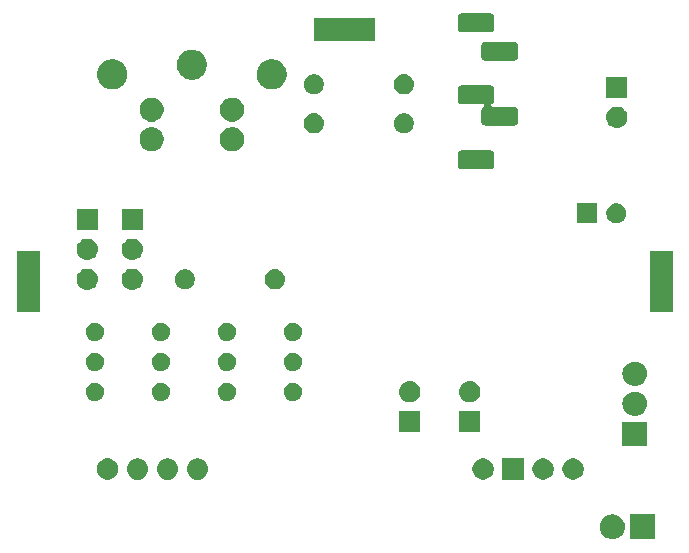
<source format=gbr>
G04 #@! TF.GenerationSoftware,KiCad,Pcbnew,(5.1.2)-1*
G04 #@! TF.CreationDate,2020-02-06T13:28:49-05:00*
G04 #@! TF.ProjectId,clearvideo128,636c6561-7276-4696-9465-6f3132382e6b,rev?*
G04 #@! TF.SameCoordinates,Original*
G04 #@! TF.FileFunction,Soldermask,Bot*
G04 #@! TF.FilePolarity,Negative*
%FSLAX46Y46*%
G04 Gerber Fmt 4.6, Leading zero omitted, Abs format (unit mm)*
G04 Created by KiCad (PCBNEW (5.1.2)-1) date 2020-02-06 13:28:49*
%MOMM*%
%LPD*%
G04 APERTURE LIST*
%ADD10C,0.100000*%
G04 APERTURE END LIST*
D10*
G36*
X114081000Y-76616000D02*
G01*
X111979000Y-76616000D01*
X111979000Y-74514000D01*
X114081000Y-74514000D01*
X114081000Y-76616000D01*
X114081000Y-76616000D01*
G37*
G36*
X110593097Y-74519069D02*
G01*
X110696032Y-74529207D01*
X110894146Y-74589305D01*
X110894149Y-74589306D01*
X110990975Y-74641061D01*
X111076729Y-74686897D01*
X111236765Y-74818235D01*
X111368103Y-74978271D01*
X111413939Y-75064025D01*
X111465694Y-75160851D01*
X111465695Y-75160854D01*
X111525793Y-75358968D01*
X111546085Y-75565000D01*
X111525793Y-75771032D01*
X111465695Y-75969146D01*
X111465694Y-75969149D01*
X111413939Y-76065975D01*
X111368103Y-76151729D01*
X111236765Y-76311765D01*
X111076729Y-76443103D01*
X110990975Y-76488939D01*
X110894149Y-76540694D01*
X110894146Y-76540695D01*
X110696032Y-76600793D01*
X110593097Y-76610931D01*
X110541631Y-76616000D01*
X110438369Y-76616000D01*
X110386903Y-76610931D01*
X110283968Y-76600793D01*
X110085854Y-76540695D01*
X110085851Y-76540694D01*
X109989025Y-76488939D01*
X109903271Y-76443103D01*
X109743235Y-76311765D01*
X109611897Y-76151729D01*
X109566061Y-76065975D01*
X109514306Y-75969149D01*
X109514305Y-75969146D01*
X109454207Y-75771032D01*
X109433915Y-75565000D01*
X109454207Y-75358968D01*
X109514305Y-75160854D01*
X109514306Y-75160851D01*
X109566061Y-75064025D01*
X109611897Y-74978271D01*
X109743235Y-74818235D01*
X109903271Y-74686897D01*
X109989025Y-74641061D01*
X110085851Y-74589306D01*
X110085854Y-74589305D01*
X110283968Y-74529207D01*
X110386903Y-74519069D01*
X110438369Y-74514000D01*
X110541631Y-74514000D01*
X110593097Y-74519069D01*
X110593097Y-74519069D01*
G37*
G36*
X67864513Y-69775928D02*
G01*
X68013813Y-69805625D01*
X68177785Y-69873545D01*
X68325355Y-69972148D01*
X68450854Y-70097647D01*
X68549457Y-70245217D01*
X68617377Y-70409189D01*
X68652001Y-70583260D01*
X68652001Y-70760742D01*
X68617377Y-70934813D01*
X68549457Y-71098785D01*
X68450854Y-71246355D01*
X68325355Y-71371854D01*
X68177785Y-71470457D01*
X68013813Y-71538377D01*
X67864513Y-71568074D01*
X67839743Y-71573001D01*
X67662259Y-71573001D01*
X67637489Y-71568074D01*
X67488189Y-71538377D01*
X67324217Y-71470457D01*
X67176647Y-71371854D01*
X67051148Y-71246355D01*
X66952545Y-71098785D01*
X66884625Y-70934813D01*
X66850001Y-70760742D01*
X66850001Y-70583260D01*
X66884625Y-70409189D01*
X66952545Y-70245217D01*
X67051148Y-70097647D01*
X67176647Y-69972148D01*
X67324217Y-69873545D01*
X67488189Y-69805625D01*
X67637489Y-69775928D01*
X67662259Y-69771001D01*
X67839743Y-69771001D01*
X67864513Y-69775928D01*
X67864513Y-69775928D01*
G37*
G36*
X107285313Y-69775928D02*
G01*
X107434613Y-69805625D01*
X107598585Y-69873545D01*
X107746155Y-69972148D01*
X107871654Y-70097647D01*
X107970257Y-70245217D01*
X108038177Y-70409189D01*
X108072801Y-70583260D01*
X108072801Y-70760742D01*
X108038177Y-70934813D01*
X107970257Y-71098785D01*
X107871654Y-71246355D01*
X107746155Y-71371854D01*
X107598585Y-71470457D01*
X107434613Y-71538377D01*
X107285313Y-71568074D01*
X107260543Y-71573001D01*
X107083059Y-71573001D01*
X107058289Y-71568074D01*
X106908989Y-71538377D01*
X106745017Y-71470457D01*
X106597447Y-71371854D01*
X106471948Y-71246355D01*
X106373345Y-71098785D01*
X106305425Y-70934813D01*
X106270801Y-70760742D01*
X106270801Y-70583260D01*
X106305425Y-70409189D01*
X106373345Y-70245217D01*
X106471948Y-70097647D01*
X106597447Y-69972148D01*
X106745017Y-69873545D01*
X106908989Y-69805625D01*
X107058289Y-69775928D01*
X107083059Y-69771001D01*
X107260543Y-69771001D01*
X107285313Y-69775928D01*
X107285313Y-69775928D01*
G37*
G36*
X70401444Y-69777520D02*
G01*
X70467628Y-69784038D01*
X70637467Y-69835558D01*
X70793992Y-69919223D01*
X70829730Y-69948553D01*
X70931187Y-70031815D01*
X71014449Y-70133272D01*
X71043779Y-70169010D01*
X71127444Y-70325535D01*
X71178964Y-70495374D01*
X71196360Y-70672001D01*
X71178964Y-70848628D01*
X71127444Y-71018467D01*
X71043779Y-71174992D01*
X71014449Y-71210730D01*
X70931187Y-71312187D01*
X70858481Y-71371854D01*
X70793992Y-71424779D01*
X70637467Y-71508444D01*
X70467628Y-71559964D01*
X70401443Y-71566483D01*
X70335261Y-71573001D01*
X70246741Y-71573001D01*
X70180559Y-71566483D01*
X70114374Y-71559964D01*
X69944535Y-71508444D01*
X69788010Y-71424779D01*
X69723521Y-71371854D01*
X69650815Y-71312187D01*
X69567553Y-71210730D01*
X69538223Y-71174992D01*
X69454558Y-71018467D01*
X69403038Y-70848628D01*
X69385642Y-70672001D01*
X69403038Y-70495374D01*
X69454558Y-70325535D01*
X69538223Y-70169010D01*
X69567553Y-70133272D01*
X69650815Y-70031815D01*
X69752272Y-69948553D01*
X69788010Y-69919223D01*
X69944535Y-69835558D01*
X70114374Y-69784038D01*
X70180558Y-69777520D01*
X70246741Y-69771001D01*
X70335261Y-69771001D01*
X70401444Y-69777520D01*
X70401444Y-69777520D01*
G37*
G36*
X72941444Y-69777520D02*
G01*
X73007628Y-69784038D01*
X73177467Y-69835558D01*
X73333992Y-69919223D01*
X73369730Y-69948553D01*
X73471187Y-70031815D01*
X73554449Y-70133272D01*
X73583779Y-70169010D01*
X73667444Y-70325535D01*
X73718964Y-70495374D01*
X73736360Y-70672001D01*
X73718964Y-70848628D01*
X73667444Y-71018467D01*
X73583779Y-71174992D01*
X73554449Y-71210730D01*
X73471187Y-71312187D01*
X73398481Y-71371854D01*
X73333992Y-71424779D01*
X73177467Y-71508444D01*
X73007628Y-71559964D01*
X72941443Y-71566483D01*
X72875261Y-71573001D01*
X72786741Y-71573001D01*
X72720559Y-71566483D01*
X72654374Y-71559964D01*
X72484535Y-71508444D01*
X72328010Y-71424779D01*
X72263521Y-71371854D01*
X72190815Y-71312187D01*
X72107553Y-71210730D01*
X72078223Y-71174992D01*
X71994558Y-71018467D01*
X71943038Y-70848628D01*
X71925642Y-70672001D01*
X71943038Y-70495374D01*
X71994558Y-70325535D01*
X72078223Y-70169010D01*
X72107553Y-70133272D01*
X72190815Y-70031815D01*
X72292272Y-69948553D01*
X72328010Y-69919223D01*
X72484535Y-69835558D01*
X72654374Y-69784038D01*
X72720558Y-69777520D01*
X72786741Y-69771001D01*
X72875261Y-69771001D01*
X72941444Y-69777520D01*
X72941444Y-69777520D01*
G37*
G36*
X102992801Y-71573001D02*
G01*
X101190801Y-71573001D01*
X101190801Y-69771001D01*
X102992801Y-69771001D01*
X102992801Y-71573001D01*
X102992801Y-71573001D01*
G37*
G36*
X75481444Y-69777520D02*
G01*
X75547628Y-69784038D01*
X75717467Y-69835558D01*
X75873992Y-69919223D01*
X75909730Y-69948553D01*
X76011187Y-70031815D01*
X76094449Y-70133272D01*
X76123779Y-70169010D01*
X76207444Y-70325535D01*
X76258964Y-70495374D01*
X76276360Y-70672001D01*
X76258964Y-70848628D01*
X76207444Y-71018467D01*
X76123779Y-71174992D01*
X76094449Y-71210730D01*
X76011187Y-71312187D01*
X75938481Y-71371854D01*
X75873992Y-71424779D01*
X75717467Y-71508444D01*
X75547628Y-71559964D01*
X75481443Y-71566483D01*
X75415261Y-71573001D01*
X75326741Y-71573001D01*
X75260559Y-71566483D01*
X75194374Y-71559964D01*
X75024535Y-71508444D01*
X74868010Y-71424779D01*
X74803521Y-71371854D01*
X74730815Y-71312187D01*
X74647553Y-71210730D01*
X74618223Y-71174992D01*
X74534558Y-71018467D01*
X74483038Y-70848628D01*
X74465642Y-70672001D01*
X74483038Y-70495374D01*
X74534558Y-70325535D01*
X74618223Y-70169010D01*
X74647553Y-70133272D01*
X74730815Y-70031815D01*
X74832272Y-69948553D01*
X74868010Y-69919223D01*
X75024535Y-69835558D01*
X75194374Y-69784038D01*
X75260558Y-69777520D01*
X75326741Y-69771001D01*
X75415261Y-69771001D01*
X75481444Y-69777520D01*
X75481444Y-69777520D01*
G37*
G36*
X99665313Y-69775928D02*
G01*
X99814613Y-69805625D01*
X99978585Y-69873545D01*
X100126155Y-69972148D01*
X100251654Y-70097647D01*
X100350257Y-70245217D01*
X100418177Y-70409189D01*
X100452801Y-70583260D01*
X100452801Y-70760742D01*
X100418177Y-70934813D01*
X100350257Y-71098785D01*
X100251654Y-71246355D01*
X100126155Y-71371854D01*
X99978585Y-71470457D01*
X99814613Y-71538377D01*
X99665313Y-71568074D01*
X99640543Y-71573001D01*
X99463059Y-71573001D01*
X99438289Y-71568074D01*
X99288989Y-71538377D01*
X99125017Y-71470457D01*
X98977447Y-71371854D01*
X98851948Y-71246355D01*
X98753345Y-71098785D01*
X98685425Y-70934813D01*
X98650801Y-70760742D01*
X98650801Y-70583260D01*
X98685425Y-70409189D01*
X98753345Y-70245217D01*
X98851948Y-70097647D01*
X98977447Y-69972148D01*
X99125017Y-69873545D01*
X99288989Y-69805625D01*
X99438289Y-69775928D01*
X99463059Y-69771001D01*
X99640543Y-69771001D01*
X99665313Y-69775928D01*
X99665313Y-69775928D01*
G37*
G36*
X104745313Y-69775928D02*
G01*
X104894613Y-69805625D01*
X105058585Y-69873545D01*
X105206155Y-69972148D01*
X105331654Y-70097647D01*
X105430257Y-70245217D01*
X105498177Y-70409189D01*
X105532801Y-70583260D01*
X105532801Y-70760742D01*
X105498177Y-70934813D01*
X105430257Y-71098785D01*
X105331654Y-71246355D01*
X105206155Y-71371854D01*
X105058585Y-71470457D01*
X104894613Y-71538377D01*
X104745313Y-71568074D01*
X104720543Y-71573001D01*
X104543059Y-71573001D01*
X104518289Y-71568074D01*
X104368989Y-71538377D01*
X104205017Y-71470457D01*
X104057447Y-71371854D01*
X103931948Y-71246355D01*
X103833345Y-71098785D01*
X103765425Y-70934813D01*
X103730801Y-70760742D01*
X103730801Y-70583260D01*
X103765425Y-70409189D01*
X103833345Y-70245217D01*
X103931948Y-70097647D01*
X104057447Y-69972148D01*
X104205017Y-69873545D01*
X104368989Y-69805625D01*
X104518289Y-69775928D01*
X104543059Y-69771001D01*
X104720543Y-69771001D01*
X104745313Y-69775928D01*
X104745313Y-69775928D01*
G37*
G36*
X113446000Y-68694500D02*
G01*
X111344000Y-68694500D01*
X111344000Y-66687500D01*
X113446000Y-66687500D01*
X113446000Y-68694500D01*
X113446000Y-68694500D01*
G37*
G36*
X94246000Y-67576000D02*
G01*
X92444000Y-67576000D01*
X92444000Y-65774000D01*
X94246000Y-65774000D01*
X94246000Y-67576000D01*
X94246000Y-67576000D01*
G37*
G36*
X99326000Y-67576000D02*
G01*
X97524000Y-67576000D01*
X97524000Y-65774000D01*
X99326000Y-65774000D01*
X99326000Y-67576000D01*
X99326000Y-67576000D01*
G37*
G36*
X112540936Y-64152340D02*
G01*
X112639220Y-64162020D01*
X112828381Y-64219401D01*
X113002712Y-64312583D01*
X113155515Y-64437985D01*
X113280917Y-64590788D01*
X113374099Y-64765119D01*
X113431480Y-64954280D01*
X113450855Y-65151000D01*
X113431480Y-65347720D01*
X113374099Y-65536881D01*
X113280917Y-65711212D01*
X113155515Y-65864015D01*
X113002712Y-65989417D01*
X112828381Y-66082599D01*
X112639220Y-66139980D01*
X112540936Y-66149660D01*
X112491795Y-66154500D01*
X112298205Y-66154500D01*
X112249064Y-66149660D01*
X112150780Y-66139980D01*
X111961619Y-66082599D01*
X111787288Y-65989417D01*
X111634485Y-65864015D01*
X111509083Y-65711212D01*
X111415901Y-65536881D01*
X111358520Y-65347720D01*
X111339145Y-65151000D01*
X111358520Y-64954280D01*
X111415901Y-64765119D01*
X111509083Y-64590788D01*
X111634485Y-64437985D01*
X111787288Y-64312583D01*
X111961619Y-64219401D01*
X112150780Y-64162020D01*
X112249064Y-64152340D01*
X112298205Y-64147500D01*
X112491795Y-64147500D01*
X112540936Y-64152340D01*
X112540936Y-64152340D01*
G37*
G36*
X93455443Y-63240519D02*
G01*
X93521627Y-63247037D01*
X93691466Y-63298557D01*
X93847991Y-63382222D01*
X93861890Y-63393629D01*
X93985186Y-63494814D01*
X94068448Y-63596271D01*
X94097778Y-63632009D01*
X94181443Y-63788534D01*
X94232963Y-63958373D01*
X94250359Y-64135000D01*
X94232963Y-64311627D01*
X94181443Y-64481466D01*
X94097778Y-64637991D01*
X94068448Y-64673729D01*
X93985186Y-64775186D01*
X93883729Y-64858448D01*
X93847991Y-64887778D01*
X93847989Y-64887779D01*
X93723576Y-64954280D01*
X93691466Y-64971443D01*
X93521627Y-65022963D01*
X93455442Y-65029482D01*
X93389260Y-65036000D01*
X93300740Y-65036000D01*
X93234558Y-65029482D01*
X93168373Y-65022963D01*
X92998534Y-64971443D01*
X92966425Y-64954280D01*
X92842011Y-64887779D01*
X92842009Y-64887778D01*
X92806271Y-64858448D01*
X92704814Y-64775186D01*
X92621552Y-64673729D01*
X92592222Y-64637991D01*
X92508557Y-64481466D01*
X92457037Y-64311627D01*
X92439641Y-64135000D01*
X92457037Y-63958373D01*
X92508557Y-63788534D01*
X92592222Y-63632009D01*
X92621552Y-63596271D01*
X92704814Y-63494814D01*
X92828110Y-63393629D01*
X92842009Y-63382222D01*
X92998534Y-63298557D01*
X93168373Y-63247037D01*
X93234557Y-63240519D01*
X93300740Y-63234000D01*
X93389260Y-63234000D01*
X93455443Y-63240519D01*
X93455443Y-63240519D01*
G37*
G36*
X98535443Y-63240519D02*
G01*
X98601627Y-63247037D01*
X98771466Y-63298557D01*
X98927991Y-63382222D01*
X98941890Y-63393629D01*
X99065186Y-63494814D01*
X99148448Y-63596271D01*
X99177778Y-63632009D01*
X99261443Y-63788534D01*
X99312963Y-63958373D01*
X99330359Y-64135000D01*
X99312963Y-64311627D01*
X99261443Y-64481466D01*
X99177778Y-64637991D01*
X99148448Y-64673729D01*
X99065186Y-64775186D01*
X98963729Y-64858448D01*
X98927991Y-64887778D01*
X98927989Y-64887779D01*
X98803576Y-64954280D01*
X98771466Y-64971443D01*
X98601627Y-65022963D01*
X98535442Y-65029482D01*
X98469260Y-65036000D01*
X98380740Y-65036000D01*
X98314558Y-65029482D01*
X98248373Y-65022963D01*
X98078534Y-64971443D01*
X98046425Y-64954280D01*
X97922011Y-64887779D01*
X97922009Y-64887778D01*
X97886271Y-64858448D01*
X97784814Y-64775186D01*
X97701552Y-64673729D01*
X97672222Y-64637991D01*
X97588557Y-64481466D01*
X97537037Y-64311627D01*
X97519641Y-64135000D01*
X97537037Y-63958373D01*
X97588557Y-63788534D01*
X97672222Y-63632009D01*
X97701552Y-63596271D01*
X97784814Y-63494814D01*
X97908110Y-63393629D01*
X97922009Y-63382222D01*
X98078534Y-63298557D01*
X98248373Y-63247037D01*
X98314557Y-63240519D01*
X98380740Y-63234000D01*
X98469260Y-63234000D01*
X98535443Y-63240519D01*
X98535443Y-63240519D01*
G37*
G36*
X72388589Y-63373876D02*
G01*
X72487893Y-63393629D01*
X72628206Y-63451748D01*
X72754484Y-63536125D01*
X72861875Y-63643516D01*
X72946252Y-63769794D01*
X73004371Y-63910107D01*
X73013972Y-63958375D01*
X73034000Y-64059062D01*
X73034000Y-64210938D01*
X73032316Y-64219402D01*
X73004371Y-64359893D01*
X72946252Y-64500206D01*
X72861875Y-64626484D01*
X72754484Y-64733875D01*
X72628206Y-64818252D01*
X72487893Y-64876371D01*
X72388589Y-64896124D01*
X72338938Y-64906000D01*
X72187062Y-64906000D01*
X72137411Y-64896124D01*
X72038107Y-64876371D01*
X71897794Y-64818252D01*
X71771516Y-64733875D01*
X71664125Y-64626484D01*
X71579748Y-64500206D01*
X71521629Y-64359893D01*
X71493684Y-64219402D01*
X71492000Y-64210938D01*
X71492000Y-64059062D01*
X71512028Y-63958375D01*
X71521629Y-63910107D01*
X71579748Y-63769794D01*
X71664125Y-63643516D01*
X71771516Y-63536125D01*
X71897794Y-63451748D01*
X72038107Y-63393629D01*
X72137411Y-63373876D01*
X72187062Y-63364000D01*
X72338938Y-63364000D01*
X72388589Y-63373876D01*
X72388589Y-63373876D01*
G37*
G36*
X77976589Y-63373876D02*
G01*
X78075893Y-63393629D01*
X78216206Y-63451748D01*
X78342484Y-63536125D01*
X78449875Y-63643516D01*
X78534252Y-63769794D01*
X78592371Y-63910107D01*
X78601972Y-63958375D01*
X78622000Y-64059062D01*
X78622000Y-64210938D01*
X78620316Y-64219402D01*
X78592371Y-64359893D01*
X78534252Y-64500206D01*
X78449875Y-64626484D01*
X78342484Y-64733875D01*
X78216206Y-64818252D01*
X78075893Y-64876371D01*
X77976589Y-64896124D01*
X77926938Y-64906000D01*
X77775062Y-64906000D01*
X77725411Y-64896124D01*
X77626107Y-64876371D01*
X77485794Y-64818252D01*
X77359516Y-64733875D01*
X77252125Y-64626484D01*
X77167748Y-64500206D01*
X77109629Y-64359893D01*
X77081684Y-64219402D01*
X77080000Y-64210938D01*
X77080000Y-64059062D01*
X77100028Y-63958375D01*
X77109629Y-63910107D01*
X77167748Y-63769794D01*
X77252125Y-63643516D01*
X77359516Y-63536125D01*
X77485794Y-63451748D01*
X77626107Y-63393629D01*
X77725411Y-63373876D01*
X77775062Y-63364000D01*
X77926938Y-63364000D01*
X77976589Y-63373876D01*
X77976589Y-63373876D01*
G37*
G36*
X66800589Y-63373876D02*
G01*
X66899893Y-63393629D01*
X67040206Y-63451748D01*
X67166484Y-63536125D01*
X67273875Y-63643516D01*
X67358252Y-63769794D01*
X67416371Y-63910107D01*
X67425972Y-63958375D01*
X67446000Y-64059062D01*
X67446000Y-64210938D01*
X67444316Y-64219402D01*
X67416371Y-64359893D01*
X67358252Y-64500206D01*
X67273875Y-64626484D01*
X67166484Y-64733875D01*
X67040206Y-64818252D01*
X66899893Y-64876371D01*
X66800589Y-64896124D01*
X66750938Y-64906000D01*
X66599062Y-64906000D01*
X66549411Y-64896124D01*
X66450107Y-64876371D01*
X66309794Y-64818252D01*
X66183516Y-64733875D01*
X66076125Y-64626484D01*
X65991748Y-64500206D01*
X65933629Y-64359893D01*
X65905684Y-64219402D01*
X65904000Y-64210938D01*
X65904000Y-64059062D01*
X65924028Y-63958375D01*
X65933629Y-63910107D01*
X65991748Y-63769794D01*
X66076125Y-63643516D01*
X66183516Y-63536125D01*
X66309794Y-63451748D01*
X66450107Y-63393629D01*
X66549411Y-63373876D01*
X66599062Y-63364000D01*
X66750938Y-63364000D01*
X66800589Y-63373876D01*
X66800589Y-63373876D01*
G37*
G36*
X83564589Y-63373876D02*
G01*
X83663893Y-63393629D01*
X83804206Y-63451748D01*
X83930484Y-63536125D01*
X84037875Y-63643516D01*
X84122252Y-63769794D01*
X84180371Y-63910107D01*
X84189972Y-63958375D01*
X84210000Y-64059062D01*
X84210000Y-64210938D01*
X84208316Y-64219402D01*
X84180371Y-64359893D01*
X84122252Y-64500206D01*
X84037875Y-64626484D01*
X83930484Y-64733875D01*
X83804206Y-64818252D01*
X83663893Y-64876371D01*
X83564589Y-64896124D01*
X83514938Y-64906000D01*
X83363062Y-64906000D01*
X83313411Y-64896124D01*
X83214107Y-64876371D01*
X83073794Y-64818252D01*
X82947516Y-64733875D01*
X82840125Y-64626484D01*
X82755748Y-64500206D01*
X82697629Y-64359893D01*
X82669684Y-64219402D01*
X82668000Y-64210938D01*
X82668000Y-64059062D01*
X82688028Y-63958375D01*
X82697629Y-63910107D01*
X82755748Y-63769794D01*
X82840125Y-63643516D01*
X82947516Y-63536125D01*
X83073794Y-63451748D01*
X83214107Y-63393629D01*
X83313411Y-63373876D01*
X83363062Y-63364000D01*
X83514938Y-63364000D01*
X83564589Y-63373876D01*
X83564589Y-63373876D01*
G37*
G36*
X112540936Y-61612340D02*
G01*
X112639220Y-61622020D01*
X112828381Y-61679401D01*
X113002712Y-61772583D01*
X113155515Y-61897985D01*
X113280917Y-62050788D01*
X113374099Y-62225119D01*
X113431480Y-62414280D01*
X113450855Y-62611000D01*
X113431480Y-62807720D01*
X113374099Y-62996881D01*
X113280917Y-63171212D01*
X113155515Y-63324015D01*
X113002712Y-63449417D01*
X112828381Y-63542599D01*
X112639220Y-63599980D01*
X112540936Y-63609660D01*
X112491795Y-63614500D01*
X112298205Y-63614500D01*
X112249064Y-63609660D01*
X112150780Y-63599980D01*
X111961619Y-63542599D01*
X111787288Y-63449417D01*
X111634485Y-63324015D01*
X111509083Y-63171212D01*
X111415901Y-62996881D01*
X111358520Y-62807720D01*
X111339145Y-62611000D01*
X111358520Y-62414280D01*
X111415901Y-62225119D01*
X111509083Y-62050788D01*
X111634485Y-61897985D01*
X111787288Y-61772583D01*
X111961619Y-61679401D01*
X112150780Y-61622020D01*
X112249064Y-61612340D01*
X112298205Y-61607500D01*
X112491795Y-61607500D01*
X112540936Y-61612340D01*
X112540936Y-61612340D01*
G37*
G36*
X66800589Y-60833876D02*
G01*
X66899893Y-60853629D01*
X67040206Y-60911748D01*
X67166484Y-60996125D01*
X67273875Y-61103516D01*
X67358252Y-61229794D01*
X67416371Y-61370107D01*
X67416371Y-61370109D01*
X67446000Y-61519062D01*
X67446000Y-61670938D01*
X67444316Y-61679402D01*
X67416371Y-61819893D01*
X67358252Y-61960206D01*
X67273875Y-62086484D01*
X67166484Y-62193875D01*
X67040206Y-62278252D01*
X66899893Y-62336371D01*
X66800589Y-62356124D01*
X66750938Y-62366000D01*
X66599062Y-62366000D01*
X66549411Y-62356124D01*
X66450107Y-62336371D01*
X66309794Y-62278252D01*
X66183516Y-62193875D01*
X66076125Y-62086484D01*
X65991748Y-61960206D01*
X65933629Y-61819893D01*
X65905684Y-61679402D01*
X65904000Y-61670938D01*
X65904000Y-61519062D01*
X65933629Y-61370109D01*
X65933629Y-61370107D01*
X65991748Y-61229794D01*
X66076125Y-61103516D01*
X66183516Y-60996125D01*
X66309794Y-60911748D01*
X66450107Y-60853629D01*
X66549411Y-60833876D01*
X66599062Y-60824000D01*
X66750938Y-60824000D01*
X66800589Y-60833876D01*
X66800589Y-60833876D01*
G37*
G36*
X77976589Y-60833876D02*
G01*
X78075893Y-60853629D01*
X78216206Y-60911748D01*
X78342484Y-60996125D01*
X78449875Y-61103516D01*
X78534252Y-61229794D01*
X78592371Y-61370107D01*
X78592371Y-61370109D01*
X78622000Y-61519062D01*
X78622000Y-61670938D01*
X78620316Y-61679402D01*
X78592371Y-61819893D01*
X78534252Y-61960206D01*
X78449875Y-62086484D01*
X78342484Y-62193875D01*
X78216206Y-62278252D01*
X78075893Y-62336371D01*
X77976589Y-62356124D01*
X77926938Y-62366000D01*
X77775062Y-62366000D01*
X77725411Y-62356124D01*
X77626107Y-62336371D01*
X77485794Y-62278252D01*
X77359516Y-62193875D01*
X77252125Y-62086484D01*
X77167748Y-61960206D01*
X77109629Y-61819893D01*
X77081684Y-61679402D01*
X77080000Y-61670938D01*
X77080000Y-61519062D01*
X77109629Y-61370109D01*
X77109629Y-61370107D01*
X77167748Y-61229794D01*
X77252125Y-61103516D01*
X77359516Y-60996125D01*
X77485794Y-60911748D01*
X77626107Y-60853629D01*
X77725411Y-60833876D01*
X77775062Y-60824000D01*
X77926938Y-60824000D01*
X77976589Y-60833876D01*
X77976589Y-60833876D01*
G37*
G36*
X83564589Y-60833876D02*
G01*
X83663893Y-60853629D01*
X83804206Y-60911748D01*
X83930484Y-60996125D01*
X84037875Y-61103516D01*
X84122252Y-61229794D01*
X84180371Y-61370107D01*
X84180371Y-61370109D01*
X84210000Y-61519062D01*
X84210000Y-61670938D01*
X84208316Y-61679402D01*
X84180371Y-61819893D01*
X84122252Y-61960206D01*
X84037875Y-62086484D01*
X83930484Y-62193875D01*
X83804206Y-62278252D01*
X83663893Y-62336371D01*
X83564589Y-62356124D01*
X83514938Y-62366000D01*
X83363062Y-62366000D01*
X83313411Y-62356124D01*
X83214107Y-62336371D01*
X83073794Y-62278252D01*
X82947516Y-62193875D01*
X82840125Y-62086484D01*
X82755748Y-61960206D01*
X82697629Y-61819893D01*
X82669684Y-61679402D01*
X82668000Y-61670938D01*
X82668000Y-61519062D01*
X82697629Y-61370109D01*
X82697629Y-61370107D01*
X82755748Y-61229794D01*
X82840125Y-61103516D01*
X82947516Y-60996125D01*
X83073794Y-60911748D01*
X83214107Y-60853629D01*
X83313411Y-60833876D01*
X83363062Y-60824000D01*
X83514938Y-60824000D01*
X83564589Y-60833876D01*
X83564589Y-60833876D01*
G37*
G36*
X72388589Y-60833876D02*
G01*
X72487893Y-60853629D01*
X72628206Y-60911748D01*
X72754484Y-60996125D01*
X72861875Y-61103516D01*
X72946252Y-61229794D01*
X73004371Y-61370107D01*
X73004371Y-61370109D01*
X73034000Y-61519062D01*
X73034000Y-61670938D01*
X73032316Y-61679402D01*
X73004371Y-61819893D01*
X72946252Y-61960206D01*
X72861875Y-62086484D01*
X72754484Y-62193875D01*
X72628206Y-62278252D01*
X72487893Y-62336371D01*
X72388589Y-62356124D01*
X72338938Y-62366000D01*
X72187062Y-62366000D01*
X72137411Y-62356124D01*
X72038107Y-62336371D01*
X71897794Y-62278252D01*
X71771516Y-62193875D01*
X71664125Y-62086484D01*
X71579748Y-61960206D01*
X71521629Y-61819893D01*
X71493684Y-61679402D01*
X71492000Y-61670938D01*
X71492000Y-61519062D01*
X71521629Y-61370109D01*
X71521629Y-61370107D01*
X71579748Y-61229794D01*
X71664125Y-61103516D01*
X71771516Y-60996125D01*
X71897794Y-60911748D01*
X72038107Y-60853629D01*
X72137411Y-60833876D01*
X72187062Y-60824000D01*
X72338938Y-60824000D01*
X72388589Y-60833876D01*
X72388589Y-60833876D01*
G37*
G36*
X77976589Y-58293876D02*
G01*
X78075893Y-58313629D01*
X78216206Y-58371748D01*
X78342484Y-58456125D01*
X78449875Y-58563516D01*
X78534252Y-58689794D01*
X78592371Y-58830107D01*
X78622000Y-58979063D01*
X78622000Y-59130937D01*
X78592371Y-59279893D01*
X78534252Y-59420206D01*
X78449875Y-59546484D01*
X78342484Y-59653875D01*
X78216206Y-59738252D01*
X78075893Y-59796371D01*
X77976589Y-59816124D01*
X77926938Y-59826000D01*
X77775062Y-59826000D01*
X77725411Y-59816124D01*
X77626107Y-59796371D01*
X77485794Y-59738252D01*
X77359516Y-59653875D01*
X77252125Y-59546484D01*
X77167748Y-59420206D01*
X77109629Y-59279893D01*
X77080000Y-59130937D01*
X77080000Y-58979063D01*
X77109629Y-58830107D01*
X77167748Y-58689794D01*
X77252125Y-58563516D01*
X77359516Y-58456125D01*
X77485794Y-58371748D01*
X77626107Y-58313629D01*
X77725411Y-58293876D01*
X77775062Y-58284000D01*
X77926938Y-58284000D01*
X77976589Y-58293876D01*
X77976589Y-58293876D01*
G37*
G36*
X72388589Y-58293876D02*
G01*
X72487893Y-58313629D01*
X72628206Y-58371748D01*
X72754484Y-58456125D01*
X72861875Y-58563516D01*
X72946252Y-58689794D01*
X73004371Y-58830107D01*
X73034000Y-58979063D01*
X73034000Y-59130937D01*
X73004371Y-59279893D01*
X72946252Y-59420206D01*
X72861875Y-59546484D01*
X72754484Y-59653875D01*
X72628206Y-59738252D01*
X72487893Y-59796371D01*
X72388589Y-59816124D01*
X72338938Y-59826000D01*
X72187062Y-59826000D01*
X72137411Y-59816124D01*
X72038107Y-59796371D01*
X71897794Y-59738252D01*
X71771516Y-59653875D01*
X71664125Y-59546484D01*
X71579748Y-59420206D01*
X71521629Y-59279893D01*
X71492000Y-59130937D01*
X71492000Y-58979063D01*
X71521629Y-58830107D01*
X71579748Y-58689794D01*
X71664125Y-58563516D01*
X71771516Y-58456125D01*
X71897794Y-58371748D01*
X72038107Y-58313629D01*
X72137411Y-58293876D01*
X72187062Y-58284000D01*
X72338938Y-58284000D01*
X72388589Y-58293876D01*
X72388589Y-58293876D01*
G37*
G36*
X66800589Y-58293876D02*
G01*
X66899893Y-58313629D01*
X67040206Y-58371748D01*
X67166484Y-58456125D01*
X67273875Y-58563516D01*
X67358252Y-58689794D01*
X67416371Y-58830107D01*
X67446000Y-58979063D01*
X67446000Y-59130937D01*
X67416371Y-59279893D01*
X67358252Y-59420206D01*
X67273875Y-59546484D01*
X67166484Y-59653875D01*
X67040206Y-59738252D01*
X66899893Y-59796371D01*
X66800589Y-59816124D01*
X66750938Y-59826000D01*
X66599062Y-59826000D01*
X66549411Y-59816124D01*
X66450107Y-59796371D01*
X66309794Y-59738252D01*
X66183516Y-59653875D01*
X66076125Y-59546484D01*
X65991748Y-59420206D01*
X65933629Y-59279893D01*
X65904000Y-59130937D01*
X65904000Y-58979063D01*
X65933629Y-58830107D01*
X65991748Y-58689794D01*
X66076125Y-58563516D01*
X66183516Y-58456125D01*
X66309794Y-58371748D01*
X66450107Y-58313629D01*
X66549411Y-58293876D01*
X66599062Y-58284000D01*
X66750938Y-58284000D01*
X66800589Y-58293876D01*
X66800589Y-58293876D01*
G37*
G36*
X83564589Y-58293876D02*
G01*
X83663893Y-58313629D01*
X83804206Y-58371748D01*
X83930484Y-58456125D01*
X84037875Y-58563516D01*
X84122252Y-58689794D01*
X84180371Y-58830107D01*
X84210000Y-58979063D01*
X84210000Y-59130937D01*
X84180371Y-59279893D01*
X84122252Y-59420206D01*
X84037875Y-59546484D01*
X83930484Y-59653875D01*
X83804206Y-59738252D01*
X83663893Y-59796371D01*
X83564589Y-59816124D01*
X83514938Y-59826000D01*
X83363062Y-59826000D01*
X83313411Y-59816124D01*
X83214107Y-59796371D01*
X83073794Y-59738252D01*
X82947516Y-59653875D01*
X82840125Y-59546484D01*
X82755748Y-59420206D01*
X82697629Y-59279893D01*
X82668000Y-59130937D01*
X82668000Y-58979063D01*
X82697629Y-58830107D01*
X82755748Y-58689794D01*
X82840125Y-58563516D01*
X82947516Y-58456125D01*
X83073794Y-58371748D01*
X83214107Y-58313629D01*
X83313411Y-58293876D01*
X83363062Y-58284000D01*
X83514938Y-58284000D01*
X83564589Y-58293876D01*
X83564589Y-58293876D01*
G37*
G36*
X62001401Y-57348001D02*
G01*
X60089401Y-57348001D01*
X60089401Y-52246001D01*
X62001401Y-52246001D01*
X62001401Y-57348001D01*
X62001401Y-57348001D01*
G37*
G36*
X115588801Y-57348001D02*
G01*
X113676801Y-57348001D01*
X113676801Y-52246001D01*
X115588801Y-52246001D01*
X115588801Y-57348001D01*
X115588801Y-57348001D01*
G37*
G36*
X69960442Y-53715518D02*
G01*
X70026627Y-53722037D01*
X70196466Y-53773557D01*
X70352991Y-53857222D01*
X70388729Y-53886552D01*
X70490186Y-53969814D01*
X70570369Y-54067519D01*
X70602778Y-54107009D01*
X70686443Y-54263534D01*
X70737963Y-54433373D01*
X70755359Y-54610000D01*
X70737963Y-54786627D01*
X70686443Y-54956466D01*
X70602778Y-55112991D01*
X70573448Y-55148729D01*
X70490186Y-55250186D01*
X70388729Y-55333448D01*
X70352991Y-55362778D01*
X70196466Y-55446443D01*
X70026627Y-55497963D01*
X69960442Y-55504482D01*
X69894260Y-55511000D01*
X69805740Y-55511000D01*
X69739558Y-55504482D01*
X69673373Y-55497963D01*
X69503534Y-55446443D01*
X69347009Y-55362778D01*
X69311271Y-55333448D01*
X69209814Y-55250186D01*
X69126552Y-55148729D01*
X69097222Y-55112991D01*
X69013557Y-54956466D01*
X68962037Y-54786627D01*
X68944641Y-54610000D01*
X68962037Y-54433373D01*
X69013557Y-54263534D01*
X69097222Y-54107009D01*
X69129631Y-54067519D01*
X69209814Y-53969814D01*
X69311271Y-53886552D01*
X69347009Y-53857222D01*
X69503534Y-53773557D01*
X69673373Y-53722037D01*
X69739558Y-53715518D01*
X69805740Y-53709000D01*
X69894260Y-53709000D01*
X69960442Y-53715518D01*
X69960442Y-53715518D01*
G37*
G36*
X66150442Y-53715518D02*
G01*
X66216627Y-53722037D01*
X66386466Y-53773557D01*
X66542991Y-53857222D01*
X66578729Y-53886552D01*
X66680186Y-53969814D01*
X66760369Y-54067519D01*
X66792778Y-54107009D01*
X66876443Y-54263534D01*
X66927963Y-54433373D01*
X66945359Y-54610000D01*
X66927963Y-54786627D01*
X66876443Y-54956466D01*
X66792778Y-55112991D01*
X66763448Y-55148729D01*
X66680186Y-55250186D01*
X66578729Y-55333448D01*
X66542991Y-55362778D01*
X66386466Y-55446443D01*
X66216627Y-55497963D01*
X66150442Y-55504482D01*
X66084260Y-55511000D01*
X65995740Y-55511000D01*
X65929558Y-55504482D01*
X65863373Y-55497963D01*
X65693534Y-55446443D01*
X65537009Y-55362778D01*
X65501271Y-55333448D01*
X65399814Y-55250186D01*
X65316552Y-55148729D01*
X65287222Y-55112991D01*
X65203557Y-54956466D01*
X65152037Y-54786627D01*
X65134641Y-54610000D01*
X65152037Y-54433373D01*
X65203557Y-54263534D01*
X65287222Y-54107009D01*
X65319631Y-54067519D01*
X65399814Y-53969814D01*
X65501271Y-53886552D01*
X65537009Y-53857222D01*
X65693534Y-53773557D01*
X65863373Y-53722037D01*
X65929558Y-53715518D01*
X65995740Y-53709000D01*
X66084260Y-53709000D01*
X66150442Y-53715518D01*
X66150442Y-53715518D01*
G37*
G36*
X82081823Y-53771313D02*
G01*
X82242242Y-53819976D01*
X82309361Y-53855852D01*
X82390078Y-53898996D01*
X82519659Y-54005341D01*
X82626004Y-54134922D01*
X82626005Y-54134924D01*
X82705024Y-54282758D01*
X82753687Y-54443177D01*
X82770117Y-54610000D01*
X82753687Y-54776823D01*
X82705024Y-54937242D01*
X82664477Y-55013100D01*
X82626004Y-55085078D01*
X82519659Y-55214659D01*
X82390078Y-55321004D01*
X82390076Y-55321005D01*
X82242242Y-55400024D01*
X82081823Y-55448687D01*
X81956804Y-55461000D01*
X81873196Y-55461000D01*
X81748177Y-55448687D01*
X81587758Y-55400024D01*
X81439924Y-55321005D01*
X81439922Y-55321004D01*
X81310341Y-55214659D01*
X81203996Y-55085078D01*
X81165523Y-55013100D01*
X81124976Y-54937242D01*
X81076313Y-54776823D01*
X81059883Y-54610000D01*
X81076313Y-54443177D01*
X81124976Y-54282758D01*
X81203995Y-54134924D01*
X81203996Y-54134922D01*
X81310341Y-54005341D01*
X81439922Y-53898996D01*
X81520639Y-53855852D01*
X81587758Y-53819976D01*
X81748177Y-53771313D01*
X81873196Y-53759000D01*
X81956804Y-53759000D01*
X82081823Y-53771313D01*
X82081823Y-53771313D01*
G37*
G36*
X74543228Y-53791703D02*
G01*
X74698100Y-53855853D01*
X74837481Y-53948985D01*
X74956015Y-54067519D01*
X75049147Y-54206900D01*
X75113297Y-54361772D01*
X75146000Y-54526184D01*
X75146000Y-54693816D01*
X75113297Y-54858228D01*
X75049147Y-55013100D01*
X74956015Y-55152481D01*
X74837481Y-55271015D01*
X74698100Y-55364147D01*
X74543228Y-55428297D01*
X74378816Y-55461000D01*
X74211184Y-55461000D01*
X74046772Y-55428297D01*
X73891900Y-55364147D01*
X73752519Y-55271015D01*
X73633985Y-55152481D01*
X73540853Y-55013100D01*
X73476703Y-54858228D01*
X73444000Y-54693816D01*
X73444000Y-54526184D01*
X73476703Y-54361772D01*
X73540853Y-54206900D01*
X73633985Y-54067519D01*
X73752519Y-53948985D01*
X73891900Y-53855853D01*
X74046772Y-53791703D01*
X74211184Y-53759000D01*
X74378816Y-53759000D01*
X74543228Y-53791703D01*
X74543228Y-53791703D01*
G37*
G36*
X69960443Y-51175519D02*
G01*
X70026627Y-51182037D01*
X70196466Y-51233557D01*
X70352991Y-51317222D01*
X70388729Y-51346552D01*
X70490186Y-51429814D01*
X70573448Y-51531271D01*
X70602778Y-51567009D01*
X70686443Y-51723534D01*
X70737963Y-51893373D01*
X70755359Y-52070000D01*
X70737963Y-52246627D01*
X70686443Y-52416466D01*
X70602778Y-52572991D01*
X70573448Y-52608729D01*
X70490186Y-52710186D01*
X70388729Y-52793448D01*
X70352991Y-52822778D01*
X70196466Y-52906443D01*
X70026627Y-52957963D01*
X69960442Y-52964482D01*
X69894260Y-52971000D01*
X69805740Y-52971000D01*
X69739558Y-52964482D01*
X69673373Y-52957963D01*
X69503534Y-52906443D01*
X69347009Y-52822778D01*
X69311271Y-52793448D01*
X69209814Y-52710186D01*
X69126552Y-52608729D01*
X69097222Y-52572991D01*
X69013557Y-52416466D01*
X68962037Y-52246627D01*
X68944641Y-52070000D01*
X68962037Y-51893373D01*
X69013557Y-51723534D01*
X69097222Y-51567009D01*
X69126552Y-51531271D01*
X69209814Y-51429814D01*
X69311271Y-51346552D01*
X69347009Y-51317222D01*
X69503534Y-51233557D01*
X69673373Y-51182037D01*
X69739557Y-51175519D01*
X69805740Y-51169000D01*
X69894260Y-51169000D01*
X69960443Y-51175519D01*
X69960443Y-51175519D01*
G37*
G36*
X66150443Y-51175519D02*
G01*
X66216627Y-51182037D01*
X66386466Y-51233557D01*
X66542991Y-51317222D01*
X66578729Y-51346552D01*
X66680186Y-51429814D01*
X66763448Y-51531271D01*
X66792778Y-51567009D01*
X66876443Y-51723534D01*
X66927963Y-51893373D01*
X66945359Y-52070000D01*
X66927963Y-52246627D01*
X66876443Y-52416466D01*
X66792778Y-52572991D01*
X66763448Y-52608729D01*
X66680186Y-52710186D01*
X66578729Y-52793448D01*
X66542991Y-52822778D01*
X66386466Y-52906443D01*
X66216627Y-52957963D01*
X66150442Y-52964482D01*
X66084260Y-52971000D01*
X65995740Y-52971000D01*
X65929558Y-52964482D01*
X65863373Y-52957963D01*
X65693534Y-52906443D01*
X65537009Y-52822778D01*
X65501271Y-52793448D01*
X65399814Y-52710186D01*
X65316552Y-52608729D01*
X65287222Y-52572991D01*
X65203557Y-52416466D01*
X65152037Y-52246627D01*
X65134641Y-52070000D01*
X65152037Y-51893373D01*
X65203557Y-51723534D01*
X65287222Y-51567009D01*
X65316552Y-51531271D01*
X65399814Y-51429814D01*
X65501271Y-51346552D01*
X65537009Y-51317222D01*
X65693534Y-51233557D01*
X65863373Y-51182037D01*
X65929557Y-51175519D01*
X65995740Y-51169000D01*
X66084260Y-51169000D01*
X66150443Y-51175519D01*
X66150443Y-51175519D01*
G37*
G36*
X66941000Y-50431000D02*
G01*
X65139000Y-50431000D01*
X65139000Y-48629000D01*
X66941000Y-48629000D01*
X66941000Y-50431000D01*
X66941000Y-50431000D01*
G37*
G36*
X70751000Y-50431000D02*
G01*
X68949000Y-50431000D01*
X68949000Y-48629000D01*
X70751000Y-48629000D01*
X70751000Y-50431000D01*
X70751000Y-50431000D01*
G37*
G36*
X111079228Y-48203703D02*
G01*
X111234100Y-48267853D01*
X111373481Y-48360985D01*
X111492015Y-48479519D01*
X111585147Y-48618900D01*
X111649297Y-48773772D01*
X111682000Y-48938184D01*
X111682000Y-49105816D01*
X111649297Y-49270228D01*
X111585147Y-49425100D01*
X111492015Y-49564481D01*
X111373481Y-49683015D01*
X111234100Y-49776147D01*
X111079228Y-49840297D01*
X110914816Y-49873000D01*
X110747184Y-49873000D01*
X110582772Y-49840297D01*
X110427900Y-49776147D01*
X110288519Y-49683015D01*
X110169985Y-49564481D01*
X110076853Y-49425100D01*
X110012703Y-49270228D01*
X109980000Y-49105816D01*
X109980000Y-48938184D01*
X110012703Y-48773772D01*
X110076853Y-48618900D01*
X110169985Y-48479519D01*
X110288519Y-48360985D01*
X110427900Y-48267853D01*
X110582772Y-48203703D01*
X110747184Y-48171000D01*
X110914816Y-48171000D01*
X111079228Y-48203703D01*
X111079228Y-48203703D01*
G37*
G36*
X109182000Y-49873000D02*
G01*
X107480000Y-49873000D01*
X107480000Y-48171000D01*
X109182000Y-48171000D01*
X109182000Y-49873000D01*
X109182000Y-49873000D01*
G37*
G36*
X100227823Y-43699087D02*
G01*
X100291111Y-43718286D01*
X100349449Y-43749468D01*
X100400575Y-43791425D01*
X100442532Y-43842551D01*
X100473714Y-43900889D01*
X100492913Y-43964177D01*
X100500000Y-44036138D01*
X100500000Y-44949862D01*
X100492913Y-45021823D01*
X100473714Y-45085111D01*
X100442532Y-45143449D01*
X100400575Y-45194575D01*
X100349449Y-45236532D01*
X100291111Y-45267714D01*
X100227823Y-45286913D01*
X100155862Y-45294000D01*
X97742138Y-45294000D01*
X97670177Y-45286913D01*
X97606889Y-45267714D01*
X97548551Y-45236532D01*
X97497425Y-45194575D01*
X97455468Y-45143449D01*
X97424286Y-45085111D01*
X97405087Y-45021823D01*
X97398000Y-44949862D01*
X97398000Y-44036138D01*
X97405087Y-43964177D01*
X97424286Y-43900889D01*
X97455468Y-43842551D01*
X97497425Y-43791425D01*
X97548551Y-43749468D01*
X97606889Y-43718286D01*
X97670177Y-43699087D01*
X97742138Y-43692000D01*
X100155862Y-43692000D01*
X100227823Y-43699087D01*
X100227823Y-43699087D01*
G37*
G36*
X71655457Y-41729239D02*
G01*
X71796982Y-41757390D01*
X71983520Y-41834656D01*
X72151400Y-41946830D01*
X72294170Y-42089600D01*
X72406344Y-42257480D01*
X72483610Y-42444018D01*
X72523000Y-42642046D01*
X72523000Y-42843954D01*
X72483610Y-43041982D01*
X72406344Y-43228520D01*
X72294170Y-43396400D01*
X72151400Y-43539170D01*
X71983520Y-43651344D01*
X71796982Y-43728610D01*
X71692121Y-43749468D01*
X71598955Y-43768000D01*
X71397045Y-43768000D01*
X71303879Y-43749468D01*
X71199018Y-43728610D01*
X71012480Y-43651344D01*
X70844600Y-43539170D01*
X70701830Y-43396400D01*
X70589656Y-43228520D01*
X70512390Y-43041982D01*
X70473000Y-42843954D01*
X70473000Y-42642046D01*
X70512390Y-42444018D01*
X70589656Y-42257480D01*
X70701830Y-42089600D01*
X70844600Y-41946830D01*
X71012480Y-41834656D01*
X71199018Y-41757390D01*
X71340543Y-41729239D01*
X71397045Y-41718000D01*
X71598955Y-41718000D01*
X71655457Y-41729239D01*
X71655457Y-41729239D01*
G37*
G36*
X78455457Y-41729239D02*
G01*
X78596982Y-41757390D01*
X78783520Y-41834656D01*
X78951400Y-41946830D01*
X79094170Y-42089600D01*
X79206344Y-42257480D01*
X79283610Y-42444018D01*
X79323000Y-42642046D01*
X79323000Y-42843954D01*
X79283610Y-43041982D01*
X79206344Y-43228520D01*
X79094170Y-43396400D01*
X78951400Y-43539170D01*
X78783520Y-43651344D01*
X78596982Y-43728610D01*
X78492121Y-43749468D01*
X78398955Y-43768000D01*
X78197045Y-43768000D01*
X78103879Y-43749468D01*
X77999018Y-43728610D01*
X77812480Y-43651344D01*
X77644600Y-43539170D01*
X77501830Y-43396400D01*
X77389656Y-43228520D01*
X77312390Y-43041982D01*
X77273000Y-42843954D01*
X77273000Y-42642046D01*
X77312390Y-42444018D01*
X77389656Y-42257480D01*
X77501830Y-42089600D01*
X77644600Y-41946830D01*
X77812480Y-41834656D01*
X77999018Y-41757390D01*
X78140543Y-41729239D01*
X78197045Y-41718000D01*
X78398955Y-41718000D01*
X78455457Y-41729239D01*
X78455457Y-41729239D01*
G37*
G36*
X85383823Y-40563313D02*
G01*
X85544242Y-40611976D01*
X85611361Y-40647852D01*
X85692078Y-40690996D01*
X85821659Y-40797341D01*
X85928004Y-40926922D01*
X85928005Y-40926924D01*
X86007024Y-41074758D01*
X86055687Y-41235177D01*
X86072117Y-41402000D01*
X86055687Y-41568823D01*
X86007024Y-41729242D01*
X85966477Y-41805100D01*
X85928004Y-41877078D01*
X85821659Y-42006659D01*
X85692078Y-42113004D01*
X85692076Y-42113005D01*
X85544242Y-42192024D01*
X85383823Y-42240687D01*
X85258804Y-42253000D01*
X85175196Y-42253000D01*
X85050177Y-42240687D01*
X84889758Y-42192024D01*
X84741924Y-42113005D01*
X84741922Y-42113004D01*
X84612341Y-42006659D01*
X84505996Y-41877078D01*
X84467523Y-41805100D01*
X84426976Y-41729242D01*
X84378313Y-41568823D01*
X84361883Y-41402000D01*
X84378313Y-41235177D01*
X84426976Y-41074758D01*
X84505995Y-40926924D01*
X84505996Y-40926922D01*
X84612341Y-40797341D01*
X84741922Y-40690996D01*
X84822639Y-40647852D01*
X84889758Y-40611976D01*
X85050177Y-40563313D01*
X85175196Y-40551000D01*
X85258804Y-40551000D01*
X85383823Y-40563313D01*
X85383823Y-40563313D01*
G37*
G36*
X93085228Y-40583703D02*
G01*
X93240100Y-40647853D01*
X93379481Y-40740985D01*
X93498015Y-40859519D01*
X93591147Y-40998900D01*
X93655297Y-41153772D01*
X93688000Y-41318184D01*
X93688000Y-41485816D01*
X93655297Y-41650228D01*
X93591147Y-41805100D01*
X93498015Y-41944481D01*
X93379481Y-42063015D01*
X93240100Y-42156147D01*
X93085228Y-42220297D01*
X92920816Y-42253000D01*
X92753184Y-42253000D01*
X92588772Y-42220297D01*
X92433900Y-42156147D01*
X92294519Y-42063015D01*
X92175985Y-41944481D01*
X92082853Y-41805100D01*
X92018703Y-41650228D01*
X91986000Y-41485816D01*
X91986000Y-41318184D01*
X92018703Y-41153772D01*
X92082853Y-40998900D01*
X92175985Y-40859519D01*
X92294519Y-40740985D01*
X92433900Y-40647853D01*
X92588772Y-40583703D01*
X92753184Y-40551000D01*
X92920816Y-40551000D01*
X93085228Y-40583703D01*
X93085228Y-40583703D01*
G37*
G36*
X110977061Y-39999087D02*
G01*
X111047627Y-40006037D01*
X111217466Y-40057557D01*
X111373991Y-40141222D01*
X111375610Y-40142551D01*
X111511186Y-40253814D01*
X111585161Y-40343954D01*
X111623778Y-40391009D01*
X111707443Y-40547534D01*
X111758963Y-40717373D01*
X111776359Y-40894000D01*
X111758963Y-41070627D01*
X111707443Y-41240466D01*
X111623778Y-41396991D01*
X111594448Y-41432729D01*
X111511186Y-41534186D01*
X111438301Y-41594000D01*
X111373991Y-41646778D01*
X111217466Y-41730443D01*
X111047627Y-41781963D01*
X110981443Y-41788481D01*
X110915260Y-41795000D01*
X110826740Y-41795000D01*
X110760557Y-41788481D01*
X110694373Y-41781963D01*
X110524534Y-41730443D01*
X110368009Y-41646778D01*
X110303699Y-41594000D01*
X110230814Y-41534186D01*
X110147552Y-41432729D01*
X110118222Y-41396991D01*
X110034557Y-41240466D01*
X109983037Y-41070627D01*
X109965641Y-40894000D01*
X109983037Y-40717373D01*
X110034557Y-40547534D01*
X110118222Y-40391009D01*
X110156839Y-40343954D01*
X110230814Y-40253814D01*
X110366390Y-40142551D01*
X110368009Y-40141222D01*
X110524534Y-40057557D01*
X110694373Y-40006037D01*
X110764939Y-39999087D01*
X110826740Y-39993000D01*
X110915260Y-39993000D01*
X110977061Y-39999087D01*
X110977061Y-39999087D01*
G37*
G36*
X100227823Y-38199087D02*
G01*
X100291111Y-38218286D01*
X100349449Y-38249468D01*
X100400575Y-38291425D01*
X100442532Y-38342551D01*
X100473714Y-38400889D01*
X100492913Y-38464177D01*
X100500000Y-38536138D01*
X100500000Y-39449862D01*
X100492913Y-39521823D01*
X100473714Y-39585111D01*
X100442532Y-39643449D01*
X100400575Y-39694575D01*
X100349445Y-39736535D01*
X100311603Y-39756762D01*
X100291229Y-39770375D01*
X100273902Y-39787702D01*
X100260288Y-39808076D01*
X100250911Y-39830715D01*
X100246130Y-39854749D01*
X100246130Y-39879253D01*
X100250910Y-39903286D01*
X100260288Y-39925925D01*
X100273901Y-39946299D01*
X100291228Y-39963626D01*
X100311602Y-39977240D01*
X100334241Y-39986617D01*
X100358275Y-39991398D01*
X100370527Y-39992000D01*
X102155862Y-39992000D01*
X102227823Y-39999087D01*
X102291111Y-40018286D01*
X102349449Y-40049468D01*
X102400575Y-40091425D01*
X102442532Y-40142551D01*
X102473714Y-40200889D01*
X102492913Y-40264177D01*
X102500000Y-40336138D01*
X102500000Y-41249862D01*
X102492913Y-41321823D01*
X102473714Y-41385111D01*
X102442532Y-41443449D01*
X102400575Y-41494575D01*
X102349449Y-41536532D01*
X102291111Y-41567714D01*
X102227823Y-41586913D01*
X102155862Y-41594000D01*
X99742138Y-41594000D01*
X99670177Y-41586913D01*
X99606889Y-41567714D01*
X99548551Y-41536532D01*
X99497425Y-41494575D01*
X99455468Y-41443449D01*
X99424286Y-41385111D01*
X99405087Y-41321823D01*
X99398000Y-41249862D01*
X99398000Y-40336138D01*
X99405087Y-40264177D01*
X99424286Y-40200889D01*
X99455468Y-40142551D01*
X99497425Y-40091425D01*
X99548555Y-40049465D01*
X99586397Y-40029238D01*
X99606771Y-40015625D01*
X99624098Y-39998298D01*
X99637712Y-39977924D01*
X99647089Y-39955285D01*
X99651870Y-39931251D01*
X99651870Y-39906747D01*
X99647090Y-39882714D01*
X99637712Y-39860075D01*
X99624099Y-39839701D01*
X99606772Y-39822374D01*
X99586398Y-39808760D01*
X99563759Y-39799383D01*
X99539725Y-39794602D01*
X99527473Y-39794000D01*
X97742138Y-39794000D01*
X97670177Y-39786913D01*
X97606889Y-39767714D01*
X97548551Y-39736532D01*
X97497425Y-39694575D01*
X97455468Y-39643449D01*
X97424286Y-39585111D01*
X97405087Y-39521823D01*
X97398000Y-39449862D01*
X97398000Y-38536138D01*
X97405087Y-38464177D01*
X97424286Y-38400889D01*
X97455468Y-38342551D01*
X97497425Y-38291425D01*
X97548551Y-38249468D01*
X97606889Y-38218286D01*
X97670177Y-38199087D01*
X97742138Y-38192000D01*
X100155862Y-38192000D01*
X100227823Y-38199087D01*
X100227823Y-38199087D01*
G37*
G36*
X71664963Y-39231130D02*
G01*
X71796982Y-39257390D01*
X71983520Y-39334656D01*
X72151400Y-39446830D01*
X72294170Y-39589600D01*
X72406344Y-39757480D01*
X72483610Y-39944018D01*
X72523000Y-40142046D01*
X72523000Y-40343954D01*
X72483610Y-40541982D01*
X72406344Y-40728520D01*
X72294170Y-40896400D01*
X72151400Y-41039170D01*
X71983520Y-41151344D01*
X71796982Y-41228610D01*
X71690140Y-41249862D01*
X71598955Y-41268000D01*
X71397045Y-41268000D01*
X71305860Y-41249862D01*
X71199018Y-41228610D01*
X71012480Y-41151344D01*
X70844600Y-41039170D01*
X70701830Y-40896400D01*
X70589656Y-40728520D01*
X70512390Y-40541982D01*
X70473000Y-40343954D01*
X70473000Y-40142046D01*
X70512390Y-39944018D01*
X70589656Y-39757480D01*
X70701830Y-39589600D01*
X70844600Y-39446830D01*
X71012480Y-39334656D01*
X71199018Y-39257390D01*
X71331037Y-39231130D01*
X71397045Y-39218000D01*
X71598955Y-39218000D01*
X71664963Y-39231130D01*
X71664963Y-39231130D01*
G37*
G36*
X78464963Y-39231130D02*
G01*
X78596982Y-39257390D01*
X78783520Y-39334656D01*
X78951400Y-39446830D01*
X79094170Y-39589600D01*
X79206344Y-39757480D01*
X79283610Y-39944018D01*
X79323000Y-40142046D01*
X79323000Y-40343954D01*
X79283610Y-40541982D01*
X79206344Y-40728520D01*
X79094170Y-40896400D01*
X78951400Y-41039170D01*
X78783520Y-41151344D01*
X78596982Y-41228610D01*
X78490140Y-41249862D01*
X78398955Y-41268000D01*
X78197045Y-41268000D01*
X78105860Y-41249862D01*
X77999018Y-41228610D01*
X77812480Y-41151344D01*
X77644600Y-41039170D01*
X77501830Y-40896400D01*
X77389656Y-40728520D01*
X77312390Y-40541982D01*
X77273000Y-40343954D01*
X77273000Y-40142046D01*
X77312390Y-39944018D01*
X77389656Y-39757480D01*
X77501830Y-39589600D01*
X77644600Y-39446830D01*
X77812480Y-39334656D01*
X77999018Y-39257390D01*
X78131037Y-39231130D01*
X78197045Y-39218000D01*
X78398955Y-39218000D01*
X78464963Y-39231130D01*
X78464963Y-39231130D01*
G37*
G36*
X111772000Y-39255000D02*
G01*
X109970000Y-39255000D01*
X109970000Y-37453000D01*
X111772000Y-37453000D01*
X111772000Y-39255000D01*
X111772000Y-39255000D01*
G37*
G36*
X85465228Y-37281703D02*
G01*
X85620100Y-37345853D01*
X85759481Y-37438985D01*
X85878015Y-37557519D01*
X85971147Y-37696900D01*
X86035297Y-37851772D01*
X86068000Y-38016184D01*
X86068000Y-38183816D01*
X86035297Y-38348228D01*
X85971147Y-38503100D01*
X85878015Y-38642481D01*
X85759481Y-38761015D01*
X85620100Y-38854147D01*
X85465228Y-38918297D01*
X85300816Y-38951000D01*
X85133184Y-38951000D01*
X84968772Y-38918297D01*
X84813900Y-38854147D01*
X84674519Y-38761015D01*
X84555985Y-38642481D01*
X84462853Y-38503100D01*
X84398703Y-38348228D01*
X84366000Y-38183816D01*
X84366000Y-38016184D01*
X84398703Y-37851772D01*
X84462853Y-37696900D01*
X84555985Y-37557519D01*
X84674519Y-37438985D01*
X84813900Y-37345853D01*
X84968772Y-37281703D01*
X85133184Y-37249000D01*
X85300816Y-37249000D01*
X85465228Y-37281703D01*
X85465228Y-37281703D01*
G37*
G36*
X93003823Y-37261313D02*
G01*
X93164242Y-37309976D01*
X93231361Y-37345852D01*
X93312078Y-37388996D01*
X93441659Y-37495341D01*
X93548004Y-37624922D01*
X93548005Y-37624924D01*
X93627024Y-37772758D01*
X93675687Y-37933177D01*
X93692117Y-38100000D01*
X93675687Y-38266823D01*
X93627024Y-38427242D01*
X93586477Y-38503100D01*
X93548004Y-38575078D01*
X93441659Y-38704659D01*
X93312078Y-38811004D01*
X93312076Y-38811005D01*
X93164242Y-38890024D01*
X93003823Y-38938687D01*
X92878804Y-38951000D01*
X92795196Y-38951000D01*
X92670177Y-38938687D01*
X92509758Y-38890024D01*
X92361924Y-38811005D01*
X92361922Y-38811004D01*
X92232341Y-38704659D01*
X92125996Y-38575078D01*
X92087523Y-38503100D01*
X92046976Y-38427242D01*
X91998313Y-38266823D01*
X91981883Y-38100000D01*
X91998313Y-37933177D01*
X92046976Y-37772758D01*
X92125995Y-37624924D01*
X92125996Y-37624922D01*
X92232341Y-37495341D01*
X92361922Y-37388996D01*
X92442639Y-37345852D01*
X92509758Y-37309976D01*
X92670177Y-37261313D01*
X92795196Y-37249000D01*
X92878804Y-37249000D01*
X93003823Y-37261313D01*
X93003823Y-37261313D01*
G37*
G36*
X68520194Y-36016035D02*
G01*
X68616382Y-36055878D01*
X68752413Y-36112223D01*
X68961403Y-36251866D01*
X69139134Y-36429597D01*
X69278777Y-36638587D01*
X69335122Y-36774618D01*
X69374965Y-36870806D01*
X69424000Y-37117324D01*
X69424000Y-37368676D01*
X69374965Y-37615194D01*
X69352278Y-37669964D01*
X69278777Y-37847413D01*
X69139134Y-38056403D01*
X68961403Y-38234134D01*
X68752413Y-38373777D01*
X68623343Y-38427239D01*
X68520194Y-38469965D01*
X68273676Y-38519000D01*
X68022324Y-38519000D01*
X67775806Y-38469965D01*
X67672657Y-38427239D01*
X67543587Y-38373777D01*
X67334597Y-38234134D01*
X67156866Y-38056403D01*
X67017223Y-37847413D01*
X66943722Y-37669964D01*
X66921035Y-37615194D01*
X66872000Y-37368676D01*
X66872000Y-37117324D01*
X66921035Y-36870806D01*
X66960878Y-36774618D01*
X67017223Y-36638587D01*
X67156866Y-36429597D01*
X67334597Y-36251866D01*
X67543587Y-36112223D01*
X67679618Y-36055878D01*
X67775806Y-36016035D01*
X68022324Y-35967000D01*
X68273676Y-35967000D01*
X68520194Y-36016035D01*
X68520194Y-36016035D01*
G37*
G36*
X82020194Y-36016035D02*
G01*
X82116382Y-36055878D01*
X82252413Y-36112223D01*
X82461403Y-36251866D01*
X82639134Y-36429597D01*
X82778777Y-36638587D01*
X82835122Y-36774618D01*
X82874965Y-36870806D01*
X82924000Y-37117324D01*
X82924000Y-37368676D01*
X82874965Y-37615194D01*
X82852278Y-37669964D01*
X82778777Y-37847413D01*
X82639134Y-38056403D01*
X82461403Y-38234134D01*
X82252413Y-38373777D01*
X82123343Y-38427239D01*
X82020194Y-38469965D01*
X81773676Y-38519000D01*
X81522324Y-38519000D01*
X81275806Y-38469965D01*
X81172657Y-38427239D01*
X81043587Y-38373777D01*
X80834597Y-38234134D01*
X80656866Y-38056403D01*
X80517223Y-37847413D01*
X80443722Y-37669964D01*
X80421035Y-37615194D01*
X80372000Y-37368676D01*
X80372000Y-37117324D01*
X80421035Y-36870806D01*
X80460878Y-36774618D01*
X80517223Y-36638587D01*
X80656866Y-36429597D01*
X80834597Y-36251866D01*
X81043587Y-36112223D01*
X81179618Y-36055878D01*
X81275806Y-36016035D01*
X81522324Y-35967000D01*
X81773676Y-35967000D01*
X82020194Y-36016035D01*
X82020194Y-36016035D01*
G37*
G36*
X75270194Y-35216035D02*
G01*
X75366382Y-35255878D01*
X75502413Y-35312223D01*
X75711403Y-35451866D01*
X75889134Y-35629597D01*
X76028777Y-35838587D01*
X76072212Y-35943449D01*
X76124965Y-36070806D01*
X76174000Y-36317324D01*
X76174000Y-36568676D01*
X76124965Y-36815194D01*
X76085122Y-36911382D01*
X76028777Y-37047413D01*
X75889134Y-37256403D01*
X75711403Y-37434134D01*
X75502413Y-37573777D01*
X75402420Y-37615195D01*
X75270194Y-37669965D01*
X75023676Y-37719000D01*
X74772324Y-37719000D01*
X74525806Y-37669965D01*
X74393580Y-37615195D01*
X74293587Y-37573777D01*
X74084597Y-37434134D01*
X73906866Y-37256403D01*
X73767223Y-37047413D01*
X73710878Y-36911382D01*
X73671035Y-36815194D01*
X73622000Y-36568676D01*
X73622000Y-36317324D01*
X73671035Y-36070806D01*
X73723788Y-35943449D01*
X73767223Y-35838587D01*
X73906866Y-35629597D01*
X74084597Y-35451866D01*
X74293587Y-35312223D01*
X74429618Y-35255878D01*
X74525806Y-35216035D01*
X74772324Y-35167000D01*
X75023676Y-35167000D01*
X75270194Y-35216035D01*
X75270194Y-35216035D01*
G37*
G36*
X102227823Y-34499087D02*
G01*
X102291111Y-34518286D01*
X102349449Y-34549468D01*
X102400575Y-34591425D01*
X102442532Y-34642551D01*
X102473714Y-34700889D01*
X102492913Y-34764177D01*
X102500000Y-34836138D01*
X102500000Y-35749862D01*
X102492913Y-35821823D01*
X102473714Y-35885111D01*
X102442532Y-35943449D01*
X102400575Y-35994575D01*
X102349449Y-36036532D01*
X102291111Y-36067714D01*
X102227823Y-36086913D01*
X102155862Y-36094000D01*
X99742138Y-36094000D01*
X99670177Y-36086913D01*
X99606889Y-36067714D01*
X99548551Y-36036532D01*
X99497425Y-35994575D01*
X99455468Y-35943449D01*
X99424286Y-35885111D01*
X99405087Y-35821823D01*
X99398000Y-35749862D01*
X99398000Y-34836138D01*
X99405087Y-34764177D01*
X99424286Y-34700889D01*
X99455468Y-34642551D01*
X99497425Y-34591425D01*
X99548551Y-34549468D01*
X99606889Y-34518286D01*
X99670177Y-34499087D01*
X99742138Y-34492000D01*
X102155862Y-34492000D01*
X102227823Y-34499087D01*
X102227823Y-34499087D01*
G37*
G36*
X90368001Y-34417001D02*
G01*
X85266001Y-34417001D01*
X85266001Y-32505001D01*
X90368001Y-32505001D01*
X90368001Y-34417001D01*
X90368001Y-34417001D01*
G37*
G36*
X100227823Y-32099087D02*
G01*
X100291111Y-32118286D01*
X100349449Y-32149468D01*
X100400575Y-32191425D01*
X100442532Y-32242551D01*
X100473714Y-32300889D01*
X100492913Y-32364177D01*
X100500000Y-32436138D01*
X100500000Y-33349862D01*
X100492913Y-33421823D01*
X100473714Y-33485111D01*
X100442532Y-33543449D01*
X100400575Y-33594575D01*
X100349449Y-33636532D01*
X100291111Y-33667714D01*
X100227823Y-33686913D01*
X100155862Y-33694000D01*
X97742138Y-33694000D01*
X97670177Y-33686913D01*
X97606889Y-33667714D01*
X97548551Y-33636532D01*
X97497425Y-33594575D01*
X97455468Y-33543449D01*
X97424286Y-33485111D01*
X97405087Y-33421823D01*
X97398000Y-33349862D01*
X97398000Y-32436138D01*
X97405087Y-32364177D01*
X97424286Y-32300889D01*
X97455468Y-32242551D01*
X97497425Y-32191425D01*
X97548551Y-32149468D01*
X97606889Y-32118286D01*
X97670177Y-32099087D01*
X97742138Y-32092000D01*
X100155862Y-32092000D01*
X100227823Y-32099087D01*
X100227823Y-32099087D01*
G37*
M02*

</source>
